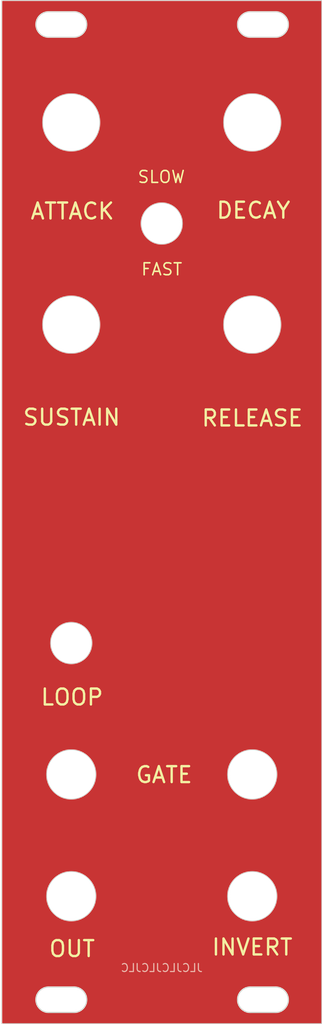
<source format=kicad_pcb>
(kicad_pcb (version 20221018) (generator pcbnew)
  (title_block (title "YuSynth / m0xpd Looping ADSR Front Panel") (comment 1 "Published under  CC BY-SA-NC 4.0 License"))
  (layers (0 "F.Cu" signal) (31 "B.Cu" signal) (34 "B.Paste" user) (35 "F.Paste" user) (36 "B.SilkS" user "B.Silkscreen") (37 "F.SilkS" user "F.Silkscreen") (38 "B.Mask" user) (39 "F.Mask" user) (44 "Edge.Cuts" user))
  (net 0 "")
  (footprint "Graphics:pot_scale_left" (layer "F.Cu") (at 95.6 80.325)
    (fp_text reference "G***" hide)
    (fp_text value "LOGO" hide)
  )
  (footprint "Graphics:pot_scale_right" (layer "F.Cu") (at 118.4 54.925)
    (fp_text reference "G***" hide)
    (fp_text value "LOGO" hide)
  )
  (footprint "Graphics:pot_scale_left" (layer "F.Cu") (at 95.6 54.925)
    (fp_text reference "G***" hide)
    (fp_text value "LOGO" hide)
  )
  (footprint "Graphics:pot_scale_right" (layer "F.Cu") (at 118.4 80.325)
    (fp_text reference "G***" hide)
    (fp_text value "LOGO" hide)
  )
  (gr_line (start 118.15 163.525) (end 121.35 163.525) (stroke (width 0.15)) (layer "Edge.Cuts"))
  (gr_circle (center 95.6 54.925) (end 99.2 54.925) (stroke (width 0.1)) (fill none) (layer "Edge.Cuts"))
  (gr_circle (center 95.6 80.325) (end 99.2 80.325) (stroke (width 0.1)) (fill none) (layer "Edge.Cuts"))
  (gr_arc (start 118.15 44.225) (mid 116.55 42.625) (end 118.15 41.025) (stroke (width 0.15)) (layer "Edge.Cuts"))
  (gr_line (start 95.95 166.725) (end 92.75 166.725) (stroke (width 0.15)) (layer "Edge.Cuts"))
  (gr_line (start 95.95 44.225) (end 92.75 44.225) (stroke (width 0.15)) (layer "Edge.Cuts"))
  (gr_circle (center 95.6 120.325) (end 98.2 120.325) (stroke (width 0.1)) (fill none) (layer "Edge.Cuts"))
  (gr_circle (center 107 67.625) (end 109.6 67.625) (stroke (width 0.1)) (fill none) (layer "Edge.Cuts"))
  (gr_arc (start 92.75 44.225) (mid 91.15 42.625) (end 92.75 41.025) (stroke (width 0.15)) (layer "Edge.Cuts"))
  (gr_circle (center 118.4 54.925) (end 122 54.925) (stroke (width 0.1)) (fill none) (layer "Edge.Cuts"))
  (gr_circle (center 118.4 80.325) (end 122 80.325) (stroke (width 0.1)) (fill none) (layer "Edge.Cuts"))
  (gr_line (start 121.35 166.725) (end 118.15 166.725) (stroke (width 0.15)) (layer "Edge.Cuts"))
  (gr_arc (start 92.75 166.725) (mid 91.15 165.125) (end 92.75 163.525) (stroke (width 0.15)) (layer "Edge.Cuts"))
  (gr_line (start 92.75 163.525) (end 95.95 163.525) (stroke (width 0.15)) (layer "Edge.Cuts"))
  (gr_line (start 121.35 44.225) (end 118.15 44.225) (stroke (width 0.15)) (layer "Edge.Cuts"))
  (gr_arc (start 118.15 166.725) (mid 116.55 165.125) (end 118.15 163.525) (stroke (width 0.15)) (layer "Edge.Cuts"))
  (gr_line (start 92.75 41.025) (end 95.95 41.025) (stroke (width 0.15)) (layer "Edge.Cuts"))
  (gr_circle (center 118.4 136.825) (end 121.5 136.825) (stroke (width 0.1)) (fill none) (layer "Edge.Cuts"))
  (gr_line (start 118.15 41.025) (end 121.35 41.025) (stroke (width 0.15)) (layer "Edge.Cuts"))
  (gr_arc (start 95.95 163.525) (mid 97.55 165.125) (end 95.95 166.725) (stroke (width 0.15)) (layer "Edge.Cuts"))
  (gr_circle (center 95.6 136.825) (end 98.7 136.825) (stroke (width 0.1)) (fill none) (layer "Edge.Cuts"))
  (gr_arc (start 95.95 41.025) (mid 97.55 42.625) (end 95.95 44.225) (stroke (width 0.15)) (layer "Edge.Cuts"))
  (gr_circle (center 118.4 152.125) (end 121.5 152.125) (stroke (width 0.1)) (fill none) (layer "Edge.Cuts"))
  (gr_arc (start 121.35 163.525) (mid 122.95 165.125) (end 121.35 166.725) (stroke (width 0.15)) (layer "Edge.Cuts"))
  (gr_circle (center 95.6 152.125) (end 98.7 152.125) (stroke (width 0.1)) (fill none) (layer "Edge.Cuts"))
  (gr_arc (start 121.35 41.025) (mid 122.95 42.625) (end 121.35 44.225) (stroke (width 0.15)) (layer "Edge.Cuts"))
  (gr_rect (start 86.85 39.625) (end 127.15 168.125) (stroke (width 0.1)) (fill none) (layer "Edge.Cuts"))
  (gr_text "JLCJLCJLCJLC" (at 107 161.125) (layer "B.SilkS") (effects (font (size 1 1)) (justify mirror)))
  (gr_text "LOOP" (at 95.7 127.125) (layer "F.SilkS") (effects (font (size 2 2) (thickness 0.3))))
  (gr_text "RELEASE" (at 118.4 92.075) (layer "F.SilkS") (effects (font (size 2 2) (thickness 0.3))))
  (gr_text "GATE" (at 107.3 136.875) (layer "F.SilkS") (effects (font (size 2 2) (thickness 0.3))))
  (gr_text "DECAY" (at 118.55 65.975) (layer "F.SilkS") (effects (font (size 2 2) (thickness 0.3))))
  (gr_text "ATTACK" (at 95.75 66.075) (layer "F.SilkS") (effects (font (size 2 2) (thickness 0.3))))
  (gr_text "SUSTAIN" (at 95.65 91.975) (layer "F.SilkS") (effects (font (size 2 2) (thickness 0.3))))
  (gr_text "SLOW" (at 106.95 61.775) (layer "F.SilkS") (effects (font (size 1.5 1.5) (thickness 0.2))))
  (gr_text "INVERT" (at 118.4 158.525) (layer "F.SilkS") (effects (font (size 2 2) (thickness 0.3))))
  (gr_text "FAST\n" (at 107 73.375) (layer "F.SilkS") (effects (font (size 1.5 1.5) (thickness 0.2))))
  (gr_text "OUT\n" (at 95.7 158.725) (layer "F.SilkS") (effects (font (size 2 2) (thickness 0.3))))
  (zone (net 0) (net_name "") (layer "F.Cu") (connect_pads (clearance 0)) (min_thickness 0.254) (fill yes (thermal_gap 0.508) (thermal_bridge_width 0.508))
    (polygon (pts (xy 127.15 168.125) (xy 86.85 168.125) (xy 86.85 39.625) (xy 127.15 39.625)))
  )
)
</source>
